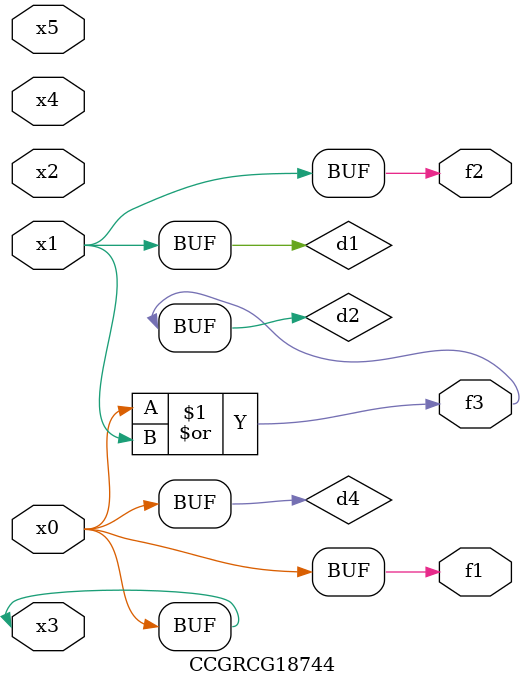
<source format=v>
module CCGRCG18744(
	input x0, x1, x2, x3, x4, x5,
	output f1, f2, f3
);

	wire d1, d2, d3, d4;

	and (d1, x1);
	or (d2, x0, x1);
	nand (d3, x0, x5);
	buf (d4, x0, x3);
	assign f1 = d4;
	assign f2 = d1;
	assign f3 = d2;
endmodule

</source>
